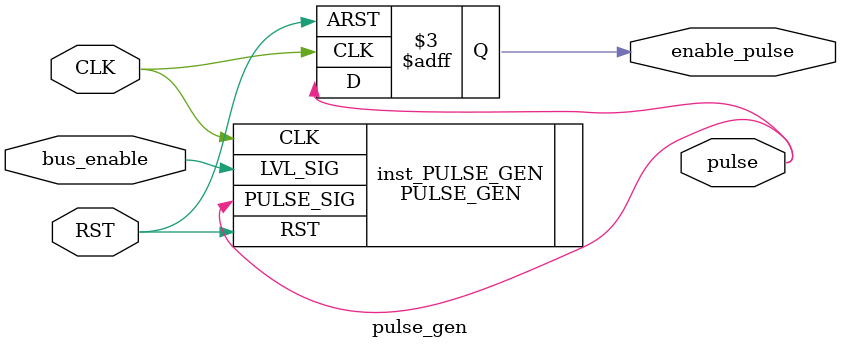
<source format=v>
module pulse_gen
  ( input   wire    CLK             ,
    input   wire    RST             ,
    input   wire    bus_enable      ,
    output  wire    pulse           ,
    output  reg     enable_pulse    );

    // enable shifting
    PULSE_GEN  inst_PULSE_GEN (
      .CLK(CLK)       ,   
      .RST(RST)       ,  
      .LVL_SIG(bus_enable)   ,  
      .PULSE_SIG(pulse) );
    
    // passing the enable pulse
    always @(negedge RST or posedge CLK)
    begin
      if(!RST)
        enable_pulse <= 1'b0;
      else
        enable_pulse <= pulse;
    end
    
    
endmodule
</source>
